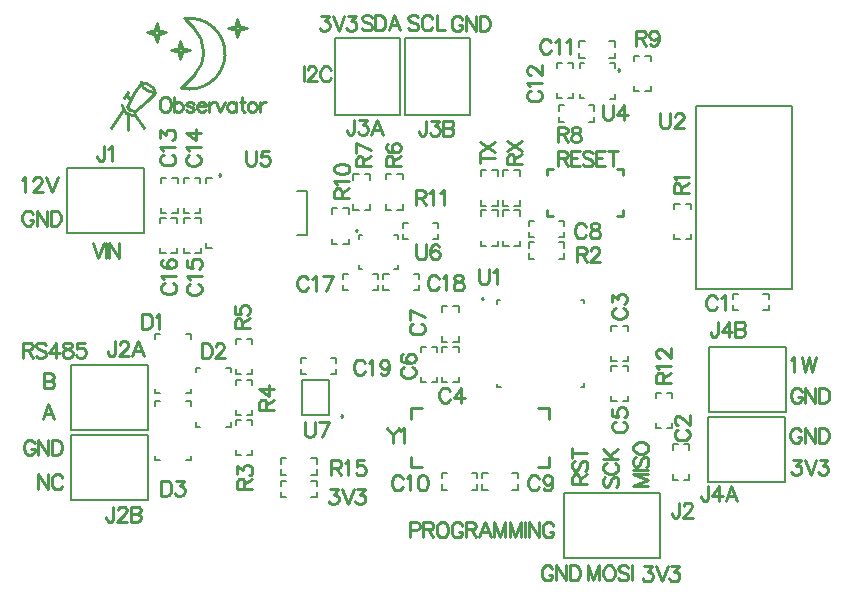
<source format=gto>
G04*
G04 #@! TF.GenerationSoftware,Altium Limited,Altium Designer,20.2.5 (213)*
G04*
G04 Layer_Color=65535*
%FSLAX25Y25*%
%MOIN*%
G70*
G04*
G04 #@! TF.SameCoordinates,60F93EC6-C58D-44ED-8A3A-9E4C80F0F1D9*
G04*
G04*
G04 #@! TF.FilePolarity,Positive*
G04*
G01*
G75*
%ADD10C,0.01000*%
%ADD11C,0.00787*%
%ADD12C,0.00591*%
D10*
X38226Y-32201D02*
G03*
X39086Y-34278I2937J0D01*
G01*
X39578Y-34769D02*
G03*
X41533Y-35579I1955J1955D01*
G01*
X40782Y-33695D02*
G03*
X42126Y-34252I1344J1344D01*
G01*
X49213Y-27953D02*
G03*
X49213Y-27953I-0J-0D01*
G01*
X49213Y-27953D02*
G03*
X49213Y-27953I-0J-0D01*
G01*
X49213Y-27953D02*
G03*
X48656Y-26608I-1901J0D01*
G01*
X48195Y-26147D02*
G03*
X44488Y-24612I-3706J-3706D01*
G01*
D02*
G03*
X45180Y-26282I2362J0D01*
G01*
D02*
G03*
X49213Y-27953I4033J4033D01*
G01*
X62408Y-21776D02*
G03*
X65354Y-14663I-7113J7113D01*
G01*
D02*
G03*
X61819Y-6128I-12071J0D01*
G01*
X57765Y-26419D02*
G03*
X58960Y-3268I2865J11458D01*
G01*
X39086Y-34278D02*
X39578Y-34769D01*
X41533Y-35579D02*
X42491D01*
X38772Y-29695D02*
X40118Y-27633D01*
X39764Y-32677D02*
X40782Y-33695D01*
X39764Y-32677D02*
X42126Y-27953D01*
Y-34252D02*
X46457Y-30709D01*
X34431Y-39783D02*
X38442Y-33767D01*
X40129Y-40304D02*
Y-35579D01*
X42491D02*
X45277Y-39758D01*
X39370Y-28740D02*
X40157Y-29528D01*
X40945Y-30315D01*
X42126Y-27953D02*
X44488Y-24612D01*
X46457Y-30709D02*
X49213Y-27953D01*
X48195Y-26147D02*
X48656Y-26608D01*
X57765Y-26419D02*
X62408Y-21776D01*
X58960Y-3268D02*
X61819Y-6128D01*
X48819Y-7874D02*
X49606Y-4724D01*
X50394Y-7874D01*
X49606Y-11024D02*
X50394Y-7874D01*
X48819D02*
X49606Y-11024D01*
X49614Y-7123D02*
X52763Y-7910D01*
X49614Y-8698D02*
X52763Y-7910D01*
X46464D02*
X49614Y-8698D01*
X46464Y-7910D02*
X49614Y-7123D01*
X75758Y-6416D02*
X76546Y-3266D01*
X77333Y-6416D01*
X76546Y-9566D02*
X77333Y-6416D01*
X75758D02*
X76546Y-9566D01*
X76553Y-5665D02*
X79703Y-6452D01*
X76553Y-7240D02*
X79703Y-6452D01*
X73404D02*
X76553Y-7240D01*
X73404Y-6452D02*
X76553Y-5665D01*
X54331Y-13780D02*
X57480Y-12992D01*
X54331Y-13780D02*
X57480Y-14567D01*
X60630Y-13780D01*
X57480Y-12992D02*
X60630Y-13780D01*
X56685Y-13743D02*
X57473Y-16893D01*
X58260Y-13743D01*
X57473Y-10594D02*
X58260Y-13743D01*
X56685D02*
X57473Y-10594D01*
X205063Y-55298D02*
Y-53329D01*
X203094D02*
X205063D01*
X179781Y-68936D02*
Y-66967D01*
Y-68936D02*
X181749D01*
X179785Y-55420D02*
Y-53452D01*
X181754D01*
X205067Y-68998D02*
Y-67030D01*
X203099Y-68998D02*
X205067D01*
X134468Y-133158D02*
X138209D01*
X134468Y-136701D02*
Y-133158D01*
X176791Y-152842D02*
X180532D01*
Y-149299D01*
X134468Y-152842D02*
X138209D01*
X134468D02*
Y-149299D01*
X176791Y-133158D02*
X180532D01*
Y-136701D02*
Y-133158D01*
X52035Y-29434D02*
X51559Y-29672D01*
X51082Y-30148D01*
X50844Y-30624D01*
X50606Y-31339D01*
Y-32529D01*
X50844Y-33243D01*
X51082Y-33719D01*
X51559Y-34195D01*
X52035Y-34433D01*
X52987D01*
X53463Y-34195D01*
X53939Y-33719D01*
X54177Y-33243D01*
X54415Y-32529D01*
Y-31339D01*
X54177Y-30624D01*
X53939Y-30148D01*
X53463Y-29672D01*
X52987Y-29434D01*
X52035D01*
X55581D02*
Y-34433D01*
Y-31815D02*
X56058Y-31339D01*
X56534Y-31100D01*
X57248D01*
X57724Y-31339D01*
X58200Y-31815D01*
X58438Y-32529D01*
Y-33005D01*
X58200Y-33719D01*
X57724Y-34195D01*
X57248Y-34433D01*
X56534D01*
X56058Y-34195D01*
X55581Y-33719D01*
X62128Y-31815D02*
X61890Y-31339D01*
X61176Y-31100D01*
X60461D01*
X59747Y-31339D01*
X59509Y-31815D01*
X59747Y-32291D01*
X60223Y-32529D01*
X61414Y-32767D01*
X61890Y-33005D01*
X62128Y-33481D01*
Y-33719D01*
X61890Y-34195D01*
X61176Y-34433D01*
X60461D01*
X59747Y-34195D01*
X59509Y-33719D01*
X63175Y-32529D02*
X66032D01*
Y-32053D01*
X65794Y-31576D01*
X65556Y-31339D01*
X65079Y-31100D01*
X64365D01*
X63889Y-31339D01*
X63413Y-31815D01*
X63175Y-32529D01*
Y-33005D01*
X63413Y-33719D01*
X63889Y-34195D01*
X64365Y-34433D01*
X65079D01*
X65556Y-34195D01*
X66032Y-33719D01*
X67103Y-31100D02*
Y-34433D01*
Y-32529D02*
X67341Y-31815D01*
X67817Y-31339D01*
X68293Y-31100D01*
X69007D01*
X69459D02*
X70888Y-34433D01*
X72316Y-31100D02*
X70888Y-34433D01*
X75982Y-31100D02*
Y-34433D01*
Y-31815D02*
X75506Y-31339D01*
X75030Y-31100D01*
X74316D01*
X73839Y-31339D01*
X73363Y-31815D01*
X73125Y-32529D01*
Y-33005D01*
X73363Y-33719D01*
X73839Y-34195D01*
X74316Y-34433D01*
X75030D01*
X75506Y-34195D01*
X75982Y-33719D01*
X78029Y-29434D02*
Y-33481D01*
X78267Y-34195D01*
X78743Y-34433D01*
X79219D01*
X77315Y-31100D02*
X78981D01*
X81124D02*
X80647Y-31339D01*
X80171Y-31815D01*
X79933Y-32529D01*
Y-33005D01*
X80171Y-33719D01*
X80647Y-34195D01*
X81124Y-34433D01*
X81838D01*
X82314Y-34195D01*
X82790Y-33719D01*
X83028Y-33005D01*
Y-32529D01*
X82790Y-31815D01*
X82314Y-31339D01*
X81838Y-31100D01*
X81124D01*
X84123D02*
Y-34433D01*
Y-32529D02*
X84361Y-31815D01*
X84837Y-31339D01*
X85313Y-31100D01*
X86027D01*
X79428Y-47342D02*
Y-50913D01*
X79666Y-51627D01*
X80142Y-52103D01*
X80857Y-52341D01*
X81333D01*
X82047Y-52103D01*
X82523Y-51627D01*
X82761Y-50913D01*
Y-47342D01*
X86998D02*
X84618D01*
X84380Y-49484D01*
X84618Y-49246D01*
X85332Y-49008D01*
X86046D01*
X86760Y-49246D01*
X87236Y-49722D01*
X87474Y-50437D01*
Y-50913D01*
X87236Y-51627D01*
X86760Y-52103D01*
X86046Y-52341D01*
X85332D01*
X84618Y-52103D01*
X84380Y-51865D01*
X84142Y-51389D01*
X70673Y-55192D02*
X70435Y-55430D01*
X70673Y-55668D01*
X70911Y-55430D01*
X70673Y-55192D01*
X183299Y-47499D02*
Y-52498D01*
Y-47499D02*
X185442D01*
X186156Y-47738D01*
X186394Y-47976D01*
X186632Y-48452D01*
Y-48928D01*
X186394Y-49404D01*
X186156Y-49642D01*
X185442Y-49880D01*
X183299D01*
X184966D02*
X186632Y-52498D01*
X190845Y-47499D02*
X187751D01*
Y-52498D01*
X190845D01*
X187751Y-49880D02*
X189655D01*
X195011Y-48214D02*
X194535Y-47738D01*
X193821Y-47499D01*
X192869D01*
X192155Y-47738D01*
X191679Y-48214D01*
Y-48690D01*
X191917Y-49166D01*
X192155Y-49404D01*
X192631Y-49642D01*
X194059Y-50118D01*
X194535Y-50356D01*
X194773Y-50594D01*
X195011Y-51070D01*
Y-51784D01*
X194535Y-52260D01*
X193821Y-52498D01*
X192869D01*
X192155Y-52260D01*
X191679Y-51784D01*
X199224Y-47499D02*
X196130D01*
Y-52498D01*
X199224D01*
X196130Y-49880D02*
X198034D01*
X201724Y-47499D02*
Y-52498D01*
X200058Y-47499D02*
X203390D01*
X236420Y-96721D02*
X236182Y-96245D01*
X235706Y-95768D01*
X235230Y-95530D01*
X234278D01*
X233802Y-95768D01*
X233326Y-96245D01*
X233088Y-96721D01*
X232850Y-97435D01*
Y-98625D01*
X233088Y-99339D01*
X233326Y-99815D01*
X233802Y-100291D01*
X234278Y-100529D01*
X235230D01*
X235706Y-100291D01*
X236182Y-99815D01*
X236420Y-99339D01*
X237825Y-96482D02*
X238301Y-96245D01*
X239015Y-95530D01*
Y-100529D01*
X60559Y-48783D02*
X60083Y-49021D01*
X59607Y-49497D01*
X59369Y-49973D01*
Y-50925D01*
X59607Y-51401D01*
X60083Y-51877D01*
X60559Y-52115D01*
X61273Y-52353D01*
X62464D01*
X63178Y-52115D01*
X63654Y-51877D01*
X64130Y-51401D01*
X64368Y-50925D01*
Y-49973D01*
X64130Y-49497D01*
X63654Y-49021D01*
X63178Y-48783D01*
X60321Y-47378D02*
X60083Y-46902D01*
X59369Y-46188D01*
X64368D01*
X59369Y-41332D02*
X62702Y-43712D01*
Y-40142D01*
X59369Y-41332D02*
X64368D01*
X52059Y-48664D02*
X51583Y-48902D01*
X51107Y-49378D01*
X50869Y-49854D01*
Y-50806D01*
X51107Y-51282D01*
X51583Y-51758D01*
X52059Y-51996D01*
X52773Y-52234D01*
X53964D01*
X54678Y-51996D01*
X55154Y-51758D01*
X55630Y-51282D01*
X55868Y-50806D01*
Y-49854D01*
X55630Y-49378D01*
X55154Y-48902D01*
X54678Y-48664D01*
X51821Y-47259D02*
X51583Y-46783D01*
X50869Y-46069D01*
X55868D01*
X50869Y-43117D02*
Y-40499D01*
X52773Y-41927D01*
Y-41213D01*
X53011Y-40737D01*
X53249Y-40499D01*
X53964Y-40261D01*
X54440D01*
X55154Y-40499D01*
X55630Y-40975D01*
X55868Y-41689D01*
Y-42403D01*
X55630Y-43117D01*
X55392Y-43355D01*
X54916Y-43593D01*
X188225Y-158502D02*
X193224D01*
X188225D02*
Y-156360D01*
X188463Y-155646D01*
X188701Y-155408D01*
X189177Y-155170D01*
X189653D01*
X190129Y-155408D01*
X190367Y-155646D01*
X190605Y-156360D01*
Y-158502D01*
Y-156836D02*
X193224Y-155170D01*
X188939Y-150718D02*
X188463Y-151195D01*
X188225Y-151909D01*
Y-152861D01*
X188463Y-153575D01*
X188939Y-154051D01*
X189415D01*
X189891Y-153813D01*
X190129Y-153575D01*
X190367Y-153099D01*
X190843Y-151671D01*
X191081Y-151195D01*
X191319Y-150956D01*
X191796Y-150718D01*
X192510D01*
X192986Y-151195D01*
X193224Y-151909D01*
Y-152861D01*
X192986Y-153575D01*
X192510Y-154051D01*
X188225Y-147933D02*
X193224D01*
X188225Y-149600D02*
Y-146267D01*
X208559Y-159034D02*
X213558D01*
X208559D02*
X213558Y-157130D01*
X208559Y-155226D02*
X213558Y-157130D01*
X208559Y-155226D02*
X213558D01*
X208559Y-153797D02*
X213558D01*
X209273Y-149417D02*
X208797Y-149893D01*
X208559Y-150608D01*
Y-151560D01*
X208797Y-152274D01*
X209273Y-152750D01*
X209750D01*
X210226Y-152512D01*
X210464Y-152274D01*
X210702Y-151798D01*
X211178Y-150370D01*
X211416Y-149893D01*
X211654Y-149655D01*
X212130Y-149417D01*
X212844D01*
X213320Y-149893D01*
X213558Y-150608D01*
Y-151560D01*
X213320Y-152274D01*
X212844Y-152750D01*
X208559Y-146870D02*
X208797Y-147346D01*
X209273Y-147822D01*
X209750Y-148060D01*
X210464Y-148299D01*
X211654D01*
X212368Y-148060D01*
X212844Y-147822D01*
X213320Y-147346D01*
X213558Y-146870D01*
Y-145918D01*
X213320Y-145442D01*
X212844Y-144966D01*
X212368Y-144728D01*
X211654Y-144490D01*
X210464D01*
X209750Y-144728D01*
X209273Y-144966D01*
X208797Y-145442D01*
X208559Y-145918D01*
Y-146870D01*
X199226Y-156048D02*
X198750Y-156524D01*
X198512Y-157238D01*
Y-158191D01*
X198750Y-158905D01*
X199226Y-159381D01*
X199702D01*
X200178Y-159143D01*
X200416Y-158905D01*
X200654Y-158429D01*
X201130Y-157000D01*
X201368Y-156524D01*
X201606Y-156286D01*
X202082Y-156048D01*
X202797D01*
X203273Y-156524D01*
X203511Y-157238D01*
Y-158191D01*
X203273Y-158905D01*
X202797Y-159381D01*
X199702Y-151359D02*
X199226Y-151597D01*
X198750Y-152073D01*
X198512Y-152549D01*
Y-153501D01*
X198750Y-153977D01*
X199226Y-154453D01*
X199702Y-154691D01*
X200416Y-154929D01*
X201606D01*
X202320Y-154691D01*
X202797Y-154453D01*
X203273Y-153977D01*
X203511Y-153501D01*
Y-152549D01*
X203273Y-152073D01*
X202797Y-151597D01*
X202320Y-151359D01*
X198512Y-149954D02*
X203511D01*
X198512Y-146622D02*
X201844Y-149954D01*
X200654Y-148764D02*
X203511Y-146622D01*
X181572Y-186754D02*
X181334Y-186278D01*
X180858Y-185802D01*
X180382Y-185564D01*
X179429D01*
X178953Y-185802D01*
X178477Y-186278D01*
X178239Y-186754D01*
X178001Y-187468D01*
Y-188658D01*
X178239Y-189373D01*
X178477Y-189849D01*
X178953Y-190325D01*
X179429Y-190563D01*
X180382D01*
X180858Y-190325D01*
X181334Y-189849D01*
X181572Y-189373D01*
Y-188658D01*
X180382D02*
X181572D01*
X182714Y-185564D02*
Y-190563D01*
Y-185564D02*
X186047Y-190563D01*
Y-185564D02*
Y-190563D01*
X187428Y-185564D02*
Y-190563D01*
Y-185564D02*
X189094D01*
X189808Y-185802D01*
X190284Y-186278D01*
X190522Y-186754D01*
X190760Y-187468D01*
Y-188658D01*
X190522Y-189373D01*
X190284Y-189849D01*
X189808Y-190325D01*
X189094Y-190563D01*
X187428D01*
X193315Y-185564D02*
Y-190563D01*
Y-185564D02*
X195219Y-190563D01*
X197124Y-185564D02*
X195219Y-190563D01*
X197124Y-185564D02*
Y-190563D01*
X199980Y-185564D02*
X199504Y-185802D01*
X199028Y-186278D01*
X198790Y-186754D01*
X198552Y-187468D01*
Y-188658D01*
X198790Y-189373D01*
X199028Y-189849D01*
X199504Y-190325D01*
X199980Y-190563D01*
X200932D01*
X201408Y-190325D01*
X201885Y-189849D01*
X202123Y-189373D01*
X202361Y-188658D01*
Y-187468D01*
X202123Y-186754D01*
X201885Y-186278D01*
X201408Y-185802D01*
X200932Y-185564D01*
X199980D01*
X206860Y-186278D02*
X206384Y-185802D01*
X205669Y-185564D01*
X204717D01*
X204003Y-185802D01*
X203527Y-186278D01*
Y-186754D01*
X203765Y-187230D01*
X204003Y-187468D01*
X204479Y-187706D01*
X205908Y-188182D01*
X206384Y-188420D01*
X206622Y-188658D01*
X206860Y-189135D01*
Y-189849D01*
X206384Y-190325D01*
X205669Y-190563D01*
X204717D01*
X204003Y-190325D01*
X203527Y-189849D01*
X207979Y-185564D02*
Y-190563D01*
X212154Y-185841D02*
X214772D01*
X213344Y-187745D01*
X214058D01*
X214534Y-187983D01*
X214772Y-188221D01*
X215010Y-188936D01*
Y-189412D01*
X214772Y-190126D01*
X214296Y-190602D01*
X213582Y-190840D01*
X212868D01*
X212154Y-190602D01*
X211916Y-190364D01*
X211678Y-189888D01*
X216129Y-185841D02*
X218033Y-190840D01*
X219938Y-185841D02*
X218033Y-190840D01*
X221057Y-185841D02*
X223675D01*
X222247Y-187745D01*
X222961D01*
X223437Y-187983D01*
X223675Y-188221D01*
X223913Y-188936D01*
Y-189412D01*
X223675Y-190126D01*
X223199Y-190602D01*
X222485Y-190840D01*
X221771D01*
X221057Y-190602D01*
X220819Y-190364D01*
X220581Y-189888D01*
X261717Y-150392D02*
X264335D01*
X262907Y-152297D01*
X263621D01*
X264097Y-152535D01*
X264335Y-152773D01*
X264574Y-153487D01*
Y-153963D01*
X264335Y-154677D01*
X263859Y-155153D01*
X263145Y-155391D01*
X262431D01*
X261717Y-155153D01*
X261479Y-154915D01*
X261241Y-154439D01*
X265692Y-150392D02*
X267597Y-155391D01*
X269501Y-150392D02*
X267597Y-155391D01*
X270620Y-150392D02*
X273238D01*
X271810Y-152297D01*
X272524D01*
X273000Y-152535D01*
X273238Y-152773D01*
X273476Y-153487D01*
Y-153963D01*
X273238Y-154677D01*
X272762Y-155153D01*
X272048Y-155391D01*
X271334D01*
X270620Y-155153D01*
X270382Y-154915D01*
X270144Y-154439D01*
X264463Y-140878D02*
X264225Y-140402D01*
X263749Y-139926D01*
X263273Y-139688D01*
X262321D01*
X261845Y-139926D01*
X261369Y-140402D01*
X261131Y-140878D01*
X260893Y-141593D01*
Y-142783D01*
X261131Y-143497D01*
X261369Y-143973D01*
X261845Y-144449D01*
X262321Y-144687D01*
X263273D01*
X263749Y-144449D01*
X264225Y-143973D01*
X264463Y-143497D01*
Y-142783D01*
X263273D02*
X264463D01*
X265606Y-139688D02*
Y-144687D01*
Y-139688D02*
X268939Y-144687D01*
Y-139688D02*
Y-144687D01*
X270319Y-139688D02*
Y-144687D01*
Y-139688D02*
X271986D01*
X272700Y-139926D01*
X273176Y-140402D01*
X273414Y-140878D01*
X273652Y-141593D01*
Y-142783D01*
X273414Y-143497D01*
X273176Y-143973D01*
X272700Y-144449D01*
X271986Y-144687D01*
X270319D01*
X264677Y-127600D02*
X264439Y-127124D01*
X263963Y-126648D01*
X263486Y-126409D01*
X262534D01*
X262058Y-126648D01*
X261582Y-127124D01*
X261344Y-127600D01*
X261106Y-128314D01*
Y-129504D01*
X261344Y-130218D01*
X261582Y-130694D01*
X262058Y-131170D01*
X262534Y-131409D01*
X263486D01*
X263963Y-131170D01*
X264439Y-130694D01*
X264677Y-130218D01*
Y-129504D01*
X263486D02*
X264677D01*
X265819Y-126409D02*
Y-131409D01*
Y-126409D02*
X269152Y-131409D01*
Y-126409D02*
Y-131409D01*
X270533Y-126409D02*
Y-131409D01*
Y-126409D02*
X272199D01*
X272913Y-126648D01*
X273389Y-127124D01*
X273627Y-127600D01*
X273865Y-128314D01*
Y-129504D01*
X273627Y-130218D01*
X273389Y-130694D01*
X272913Y-131170D01*
X272199Y-131409D01*
X270533D01*
X260932Y-117093D02*
X261408Y-116855D01*
X262122Y-116140D01*
Y-121139D01*
X264598Y-116140D02*
X265788Y-121139D01*
X266978Y-116140D02*
X265788Y-121139D01*
X266978Y-116140D02*
X268168Y-121139D01*
X269359Y-116140D02*
X268168Y-121139D01*
X151519Y-3657D02*
X151281Y-3181D01*
X150805Y-2705D01*
X150329Y-2467D01*
X149377D01*
X148901Y-2705D01*
X148425Y-3181D01*
X148187Y-3657D01*
X147949Y-4371D01*
Y-5562D01*
X148187Y-6276D01*
X148425Y-6752D01*
X148901Y-7228D01*
X149377Y-7466D01*
X150329D01*
X150805Y-7228D01*
X151281Y-6752D01*
X151519Y-6276D01*
Y-5562D01*
X150329D02*
X151519D01*
X152662Y-2467D02*
Y-7466D01*
Y-2467D02*
X155995Y-7466D01*
Y-2467D02*
Y-7466D01*
X157375Y-2467D02*
Y-7466D01*
Y-2467D02*
X159042D01*
X159756Y-2705D01*
X160232Y-3181D01*
X160470Y-3657D01*
X160708Y-4371D01*
Y-5562D01*
X160470Y-6276D01*
X160232Y-6752D01*
X159756Y-7228D01*
X159042Y-7466D01*
X157375D01*
X136845Y-2881D02*
X136369Y-2404D01*
X135655Y-2166D01*
X134703D01*
X133989Y-2404D01*
X133512Y-2881D01*
Y-3357D01*
X133750Y-3833D01*
X133989Y-4071D01*
X134465Y-4309D01*
X135893Y-4785D01*
X136369Y-5023D01*
X136607Y-5261D01*
X136845Y-5737D01*
Y-6451D01*
X136369Y-6927D01*
X135655Y-7165D01*
X134703D01*
X133989Y-6927D01*
X133512Y-6451D01*
X141535Y-3357D02*
X141297Y-2881D01*
X140821Y-2404D01*
X140344Y-2166D01*
X139392D01*
X138916Y-2404D01*
X138440Y-2881D01*
X138202Y-3357D01*
X137964Y-4071D01*
Y-5261D01*
X138202Y-5975D01*
X138440Y-6451D01*
X138916Y-6927D01*
X139392Y-7165D01*
X140344D01*
X140821Y-6927D01*
X141297Y-6451D01*
X141535Y-5975D01*
X142939Y-2166D02*
Y-7165D01*
X145796D01*
X121412Y-2948D02*
X120935Y-2472D01*
X120221Y-2234D01*
X119269D01*
X118555Y-2472D01*
X118079Y-2948D01*
Y-3424D01*
X118317Y-3900D01*
X118555Y-4138D01*
X119031Y-4377D01*
X120459Y-4853D01*
X120935Y-5091D01*
X121174Y-5329D01*
X121412Y-5805D01*
Y-6519D01*
X120935Y-6995D01*
X120221Y-7233D01*
X119269D01*
X118555Y-6995D01*
X118079Y-6519D01*
X122530Y-2234D02*
Y-7233D01*
Y-2234D02*
X124197D01*
X124911Y-2472D01*
X125387Y-2948D01*
X125625Y-3424D01*
X125863Y-4138D01*
Y-5329D01*
X125625Y-6043D01*
X125387Y-6519D01*
X124911Y-6995D01*
X124197Y-7233D01*
X122530D01*
X130790D02*
X128886Y-2234D01*
X126982Y-7233D01*
X127696Y-5567D02*
X130076D01*
X104408Y-2302D02*
X107026D01*
X105598Y-4206D01*
X106312D01*
X106788Y-4444D01*
X107026Y-4682D01*
X107264Y-5396D01*
Y-5872D01*
X107026Y-6587D01*
X106550Y-7063D01*
X105836Y-7301D01*
X105122D01*
X104408Y-7063D01*
X104169Y-6825D01*
X103931Y-6348D01*
X108383Y-2302D02*
X110287Y-7301D01*
X112192Y-2302D02*
X110287Y-7301D01*
X113310Y-2302D02*
X115929D01*
X114501Y-4206D01*
X115215D01*
X115691Y-4444D01*
X115929Y-4682D01*
X116167Y-5396D01*
Y-5872D01*
X115929Y-6587D01*
X115453Y-7063D01*
X114739Y-7301D01*
X114024D01*
X113310Y-7063D01*
X113072Y-6825D01*
X112834Y-6348D01*
X8442Y-68487D02*
X8204Y-68011D01*
X7728Y-67535D01*
X7252Y-67297D01*
X6300D01*
X5824Y-67535D01*
X5347Y-68011D01*
X5109Y-68487D01*
X4871Y-69201D01*
Y-70391D01*
X5109Y-71105D01*
X5347Y-71581D01*
X5824Y-72057D01*
X6300Y-72295D01*
X7252D01*
X7728Y-72057D01*
X8204Y-71581D01*
X8442Y-71105D01*
Y-70391D01*
X7252D02*
X8442D01*
X9585Y-67297D02*
Y-72295D01*
Y-67297D02*
X12917Y-72295D01*
Y-67297D02*
Y-72295D01*
X14298Y-67297D02*
Y-72295D01*
Y-67297D02*
X15964D01*
X16678Y-67535D01*
X17154Y-68011D01*
X17392Y-68487D01*
X17630Y-69201D01*
Y-70391D01*
X17392Y-71105D01*
X17154Y-71581D01*
X16678Y-72057D01*
X15964Y-72295D01*
X14298D01*
X4674Y-57099D02*
X5150Y-56861D01*
X5864Y-56147D01*
Y-61146D01*
X8578Y-57337D02*
Y-57099D01*
X8816Y-56623D01*
X9054Y-56385D01*
X9530Y-56147D01*
X10482D01*
X10958Y-56385D01*
X11196Y-56623D01*
X11434Y-57099D01*
Y-57575D01*
X11196Y-58052D01*
X10720Y-58766D01*
X8340Y-61146D01*
X11672D01*
X12791Y-56147D02*
X14696Y-61146D01*
X16600Y-56147D02*
X14696Y-61146D01*
X9929Y-155191D02*
Y-160190D01*
Y-155191D02*
X13261Y-160190D01*
Y-155191D02*
Y-160190D01*
X18213Y-156381D02*
X17975Y-155905D01*
X17498Y-155429D01*
X17022Y-155191D01*
X16070D01*
X15594Y-155429D01*
X15118Y-155905D01*
X14880Y-156381D01*
X14642Y-157095D01*
Y-158285D01*
X14880Y-159000D01*
X15118Y-159476D01*
X15594Y-159952D01*
X16070Y-160190D01*
X17022D01*
X17498Y-159952D01*
X17975Y-159476D01*
X18213Y-159000D01*
X8948Y-144916D02*
X8710Y-144440D01*
X8234Y-143964D01*
X7757Y-143726D01*
X6805D01*
X6329Y-143964D01*
X5853Y-144440D01*
X5615Y-144916D01*
X5377Y-145630D01*
Y-146821D01*
X5615Y-147535D01*
X5853Y-148011D01*
X6329Y-148487D01*
X6805Y-148725D01*
X7757D01*
X8234Y-148487D01*
X8710Y-148011D01*
X8948Y-147535D01*
Y-146821D01*
X7757D02*
X8948D01*
X10090Y-143726D02*
Y-148725D01*
Y-143726D02*
X13423Y-148725D01*
Y-143726D02*
Y-148725D01*
X14804Y-143726D02*
Y-148725D01*
Y-143726D02*
X16470D01*
X17184Y-143964D01*
X17660Y-144440D01*
X17898Y-144916D01*
X18136Y-145630D01*
Y-146821D01*
X17898Y-147535D01*
X17660Y-148011D01*
X17184Y-148487D01*
X16470Y-148725D01*
X14804D01*
X15484Y-136749D02*
X13579Y-131750D01*
X11675Y-136749D01*
X12389Y-135082D02*
X14770D01*
X12024Y-121560D02*
Y-126559D01*
Y-121560D02*
X14166D01*
X14880Y-121798D01*
X15118Y-122036D01*
X15356Y-122512D01*
Y-122988D01*
X15118Y-123465D01*
X14880Y-123703D01*
X14166Y-123941D01*
X12024D02*
X14166D01*
X14880Y-124179D01*
X15118Y-124417D01*
X15356Y-124893D01*
Y-125607D01*
X15118Y-126083D01*
X14880Y-126321D01*
X14166Y-126559D01*
X12024D01*
X158167Y-96383D02*
X157929Y-96621D01*
X158167Y-96859D01*
X158405Y-96621D01*
X158167Y-96383D01*
X98654Y-19213D02*
Y-24212D01*
X99940Y-20403D02*
Y-20166D01*
X100178Y-19689D01*
X100416Y-19451D01*
X100892Y-19213D01*
X101844D01*
X102320Y-19451D01*
X102558Y-19689D01*
X102796Y-20166D01*
Y-20642D01*
X102558Y-21118D01*
X102082Y-21832D01*
X99701Y-24212D01*
X103034D01*
X107724Y-20403D02*
X107486Y-19927D01*
X107009Y-19451D01*
X106533Y-19213D01*
X105581D01*
X105105Y-19451D01*
X104629Y-19927D01*
X104391Y-20403D01*
X104153Y-21118D01*
Y-22308D01*
X104391Y-23022D01*
X104629Y-23498D01*
X105105Y-23974D01*
X105581Y-24212D01*
X106533D01*
X107009Y-23974D01*
X107486Y-23498D01*
X107724Y-23022D01*
X134071Y-173785D02*
X136213D01*
X136927Y-173547D01*
X137165Y-173309D01*
X137404Y-172833D01*
Y-172119D01*
X137165Y-171642D01*
X136927Y-171405D01*
X136213Y-171166D01*
X134071D01*
Y-176165D01*
X138522Y-171166D02*
Y-176165D01*
Y-171166D02*
X140665D01*
X141379Y-171405D01*
X141617Y-171642D01*
X141855Y-172119D01*
Y-172595D01*
X141617Y-173071D01*
X141379Y-173309D01*
X140665Y-173547D01*
X138522D01*
X140189D02*
X141855Y-176165D01*
X144402Y-171166D02*
X143926Y-171405D01*
X143450Y-171880D01*
X143212Y-172357D01*
X142974Y-173071D01*
Y-174261D01*
X143212Y-174975D01*
X143450Y-175451D01*
X143926Y-175927D01*
X144402Y-176165D01*
X145354D01*
X145830Y-175927D01*
X146306Y-175451D01*
X146544Y-174975D01*
X146782Y-174261D01*
Y-173071D01*
X146544Y-172357D01*
X146306Y-171880D01*
X145830Y-171405D01*
X145354Y-171166D01*
X144402D01*
X151520Y-172357D02*
X151281Y-171880D01*
X150805Y-171405D01*
X150329Y-171166D01*
X149377D01*
X148901Y-171405D01*
X148425Y-171880D01*
X148187Y-172357D01*
X147949Y-173071D01*
Y-174261D01*
X148187Y-174975D01*
X148425Y-175451D01*
X148901Y-175927D01*
X149377Y-176165D01*
X150329D01*
X150805Y-175927D01*
X151281Y-175451D01*
X151520Y-174975D01*
Y-174261D01*
X150329D02*
X151520D01*
X152662Y-171166D02*
Y-176165D01*
Y-171166D02*
X154805D01*
X155519Y-171405D01*
X155757Y-171642D01*
X155995Y-172119D01*
Y-172595D01*
X155757Y-173071D01*
X155519Y-173309D01*
X154805Y-173547D01*
X152662D01*
X154328D02*
X155995Y-176165D01*
X160922D02*
X159018Y-171166D01*
X157114Y-176165D01*
X157828Y-174499D02*
X160208D01*
X162089Y-171166D02*
Y-176165D01*
Y-171166D02*
X163993Y-176165D01*
X165897Y-171166D02*
X163993Y-176165D01*
X165897Y-171166D02*
Y-176165D01*
X167326Y-171166D02*
Y-176165D01*
Y-171166D02*
X169230Y-176165D01*
X171134Y-171166D02*
X169230Y-176165D01*
X171134Y-171166D02*
Y-176165D01*
X172563Y-171166D02*
Y-176165D01*
X173610Y-171166D02*
Y-176165D01*
Y-171166D02*
X176943Y-176165D01*
Y-171166D02*
Y-176165D01*
X181894Y-172357D02*
X181656Y-171880D01*
X181180Y-171405D01*
X180704Y-171166D01*
X179752D01*
X179276Y-171405D01*
X178799Y-171880D01*
X178561Y-172357D01*
X178323Y-173071D01*
Y-174261D01*
X178561Y-174975D01*
X178799Y-175451D01*
X179276Y-175927D01*
X179752Y-176165D01*
X180704D01*
X181180Y-175927D01*
X181656Y-175451D01*
X181894Y-174975D01*
Y-174261D01*
X180704D02*
X181894D01*
X28253Y-78242D02*
X30158Y-83241D01*
X32062Y-78242D02*
X30158Y-83241D01*
X32705Y-78242D02*
Y-83241D01*
X33752Y-78242D02*
Y-83241D01*
Y-78242D02*
X37085Y-83241D01*
Y-78242D02*
Y-83241D01*
X4937Y-111324D02*
Y-116323D01*
Y-111324D02*
X7079D01*
X7794Y-111562D01*
X8032Y-111800D01*
X8270Y-112276D01*
Y-112752D01*
X8032Y-113228D01*
X7794Y-113466D01*
X7079Y-113704D01*
X4937D01*
X6603D02*
X8270Y-116323D01*
X12721Y-112038D02*
X12245Y-111562D01*
X11531Y-111324D01*
X10579D01*
X9865Y-111562D01*
X9388Y-112038D01*
Y-112514D01*
X9627Y-112990D01*
X9865Y-113228D01*
X10341Y-113466D01*
X11769Y-113942D01*
X12245Y-114180D01*
X12483Y-114418D01*
X12721Y-114895D01*
Y-115609D01*
X12245Y-116085D01*
X11531Y-116323D01*
X10579D01*
X9865Y-116085D01*
X9388Y-115609D01*
X16220Y-111324D02*
X13840Y-114656D01*
X17411D01*
X16220Y-111324D02*
Y-116323D01*
X19481Y-111324D02*
X18767Y-111562D01*
X18529Y-112038D01*
Y-112514D01*
X18767Y-112990D01*
X19243Y-113228D01*
X20196Y-113466D01*
X20910Y-113704D01*
X21386Y-114180D01*
X21624Y-114656D01*
Y-115371D01*
X21386Y-115847D01*
X21148Y-116085D01*
X20434Y-116323D01*
X19481D01*
X18767Y-116085D01*
X18529Y-115847D01*
X18291Y-115371D01*
Y-114656D01*
X18529Y-114180D01*
X19005Y-113704D01*
X19720Y-113466D01*
X20672Y-113228D01*
X21148Y-112990D01*
X21386Y-112514D01*
Y-112038D01*
X21148Y-111562D01*
X20434Y-111324D01*
X19481D01*
X25599D02*
X23219D01*
X22981Y-113466D01*
X23219Y-113228D01*
X23933Y-112990D01*
X24647D01*
X25361Y-113228D01*
X25837Y-113704D01*
X26075Y-114418D01*
Y-114895D01*
X25837Y-115609D01*
X25361Y-116085D01*
X24647Y-116323D01*
X23933D01*
X23219Y-116085D01*
X22981Y-115847D01*
X22743Y-115371D01*
X116171Y-73640D02*
X115933Y-73878D01*
X116171Y-74116D01*
X116409Y-73878D01*
X116171Y-73640D01*
X111340Y-135979D02*
X111578Y-135741D01*
X111340Y-135503D01*
X111101Y-135741D01*
X111340Y-135979D01*
X203644Y-20162D02*
X203405Y-20400D01*
X203644Y-20638D01*
X203882Y-20400D01*
X203644Y-20162D01*
X236677Y-104256D02*
Y-108065D01*
X236439Y-108779D01*
X236201Y-109017D01*
X235725Y-109255D01*
X235249D01*
X234773Y-109017D01*
X234535Y-108779D01*
X234297Y-108065D01*
Y-107589D01*
X240343Y-104256D02*
X237963Y-107589D01*
X241533D01*
X240343Y-104256D02*
Y-109255D01*
X242414Y-104256D02*
Y-109255D01*
Y-104256D02*
X244556D01*
X245271Y-104494D01*
X245509Y-104732D01*
X245747Y-105208D01*
Y-105684D01*
X245509Y-106160D01*
X245271Y-106399D01*
X244556Y-106637D01*
X242414D02*
X244556D01*
X245271Y-106875D01*
X245509Y-107113D01*
X245747Y-107589D01*
Y-108303D01*
X245509Y-108779D01*
X245271Y-109017D01*
X244556Y-109255D01*
X242414D01*
X233570Y-158954D02*
Y-162763D01*
X233332Y-163477D01*
X233094Y-163715D01*
X232618Y-163953D01*
X232142D01*
X231665Y-163715D01*
X231428Y-163477D01*
X231189Y-162763D01*
Y-162287D01*
X237236Y-158954D02*
X234855Y-162287D01*
X238426D01*
X237236Y-158954D02*
Y-163953D01*
X243115D02*
X241211Y-158954D01*
X239307Y-163953D01*
X240021Y-162287D02*
X242401D01*
X157580Y-49846D02*
X162579D01*
X157580Y-51512D02*
Y-48180D01*
Y-47585D02*
X162579Y-44252D01*
X157580D02*
X162579Y-47585D01*
X166498Y-51774D02*
X171497D01*
X166498D02*
Y-49632D01*
X166736Y-48918D01*
X166974Y-48680D01*
X167450Y-48441D01*
X167926D01*
X168402Y-48680D01*
X168640Y-48918D01*
X168878Y-49632D01*
Y-51774D01*
Y-50108D02*
X171497Y-48441D01*
X166498Y-47323D02*
X171497Y-43990D01*
X166498D02*
X171497Y-47323D01*
X107484Y-160112D02*
X110102D01*
X108674Y-162016D01*
X109388D01*
X109864Y-162254D01*
X110102Y-162492D01*
X110340Y-163206D01*
Y-163682D01*
X110102Y-164396D01*
X109626Y-164873D01*
X108912Y-165111D01*
X108198D01*
X107484Y-164873D01*
X107246Y-164634D01*
X107008Y-164158D01*
X111459Y-160112D02*
X113364Y-165111D01*
X115268Y-160112D02*
X113364Y-165111D01*
X116387Y-160112D02*
X119005D01*
X117577Y-162016D01*
X118291D01*
X118767Y-162254D01*
X119005Y-162492D01*
X119243Y-163206D01*
Y-163682D01*
X119005Y-164396D01*
X118529Y-164873D01*
X117815Y-165111D01*
X117101D01*
X116387Y-164873D01*
X116149Y-164634D01*
X115911Y-164158D01*
X126451Y-139647D02*
X128355Y-142028D01*
Y-144646D01*
X130260Y-139647D02*
X128355Y-142028D01*
X130903Y-140599D02*
X131379Y-140361D01*
X132093Y-139647D01*
Y-144646D01*
X107915Y-150559D02*
Y-155558D01*
Y-150559D02*
X110058D01*
X110772Y-150797D01*
X111010Y-151035D01*
X111248Y-151512D01*
Y-151988D01*
X111010Y-152464D01*
X110772Y-152702D01*
X110058Y-152940D01*
X107915D01*
X109582D02*
X111248Y-155558D01*
X112367Y-151512D02*
X112843Y-151274D01*
X113557Y-150559D01*
Y-155558D01*
X118889Y-150559D02*
X116509D01*
X116271Y-152702D01*
X116509Y-152464D01*
X117223Y-152226D01*
X117937D01*
X118651Y-152464D01*
X119127Y-152940D01*
X119365Y-153654D01*
Y-154130D01*
X119127Y-154844D01*
X118651Y-155320D01*
X117937Y-155558D01*
X117223D01*
X116509Y-155320D01*
X116271Y-155082D01*
X116033Y-154606D01*
X216176Y-124620D02*
X221175D01*
X216176D02*
Y-122478D01*
X216414Y-121764D01*
X216652Y-121526D01*
X217128Y-121288D01*
X217604D01*
X218080Y-121526D01*
X218318Y-121764D01*
X218556Y-122478D01*
Y-124620D01*
Y-122954D02*
X221175Y-121288D01*
X217128Y-120169D02*
X216890Y-119693D01*
X216176Y-118979D01*
X221175D01*
X217366Y-116265D02*
X217128D01*
X216652Y-116027D01*
X216414Y-115789D01*
X216176Y-115313D01*
Y-114361D01*
X216414Y-113884D01*
X216652Y-113646D01*
X217128Y-113408D01*
X217604D01*
X218080Y-113646D01*
X218794Y-114122D01*
X221175Y-116503D01*
Y-113170D01*
X139437Y-37340D02*
Y-41149D01*
X139199Y-41863D01*
X138961Y-42101D01*
X138485Y-42339D01*
X138008D01*
X137532Y-42101D01*
X137294Y-41863D01*
X137056Y-41149D01*
Y-40673D01*
X141198Y-37340D02*
X143817D01*
X142388Y-39244D01*
X143103D01*
X143579Y-39483D01*
X143817Y-39721D01*
X144055Y-40435D01*
Y-40911D01*
X143817Y-41625D01*
X143341Y-42101D01*
X142626Y-42339D01*
X141912D01*
X141198Y-42101D01*
X140960Y-41863D01*
X140722Y-41387D01*
X145174Y-37340D02*
Y-42339D01*
Y-37340D02*
X147316D01*
X148030Y-37578D01*
X148268Y-37816D01*
X148506Y-38292D01*
Y-38768D01*
X148268Y-39244D01*
X148030Y-39483D01*
X147316Y-39721D01*
X145174D02*
X147316D01*
X148030Y-39959D01*
X148268Y-40197D01*
X148506Y-40673D01*
Y-41387D01*
X148268Y-41863D01*
X148030Y-42101D01*
X147316Y-42339D01*
X145174D01*
X115476Y-36989D02*
Y-40798D01*
X115238Y-41512D01*
X115000Y-41750D01*
X114524Y-41988D01*
X114048D01*
X113572Y-41750D01*
X113334Y-41512D01*
X113096Y-40798D01*
Y-40322D01*
X117238Y-36989D02*
X119856D01*
X118428Y-38893D01*
X119142D01*
X119618Y-39131D01*
X119856Y-39369D01*
X120094Y-40084D01*
Y-40560D01*
X119856Y-41274D01*
X119380Y-41750D01*
X118666Y-41988D01*
X117952D01*
X117238Y-41750D01*
X117000Y-41512D01*
X116762Y-41036D01*
X125022Y-41988D02*
X123118Y-36989D01*
X121213Y-41988D01*
X121927Y-40322D02*
X124308D01*
X35238Y-166005D02*
Y-169813D01*
X35000Y-170527D01*
X34762Y-170765D01*
X34286Y-171003D01*
X33810D01*
X33334Y-170765D01*
X33096Y-170527D01*
X32858Y-169813D01*
Y-169337D01*
X36762Y-167195D02*
Y-166957D01*
X37000Y-166481D01*
X37238Y-166243D01*
X37714Y-166005D01*
X38666D01*
X39142Y-166243D01*
X39380Y-166481D01*
X39618Y-166957D01*
Y-167433D01*
X39380Y-167909D01*
X38904Y-168623D01*
X36524Y-171003D01*
X39856D01*
X40975Y-166005D02*
Y-171003D01*
Y-166005D02*
X43117D01*
X43832Y-166243D01*
X44070Y-166481D01*
X44308Y-166957D01*
Y-167433D01*
X44070Y-167909D01*
X43832Y-168147D01*
X43117Y-168385D01*
X40975D02*
X43117D01*
X43832Y-168623D01*
X44070Y-168861D01*
X44308Y-169337D01*
Y-170051D01*
X44070Y-170527D01*
X43832Y-170765D01*
X43117Y-171003D01*
X40975D01*
X35787Y-110886D02*
Y-114695D01*
X35550Y-115409D01*
X35311Y-115647D01*
X34835Y-115885D01*
X34359D01*
X33883Y-115647D01*
X33645Y-115409D01*
X33407Y-114695D01*
Y-114219D01*
X37311Y-112077D02*
Y-111838D01*
X37549Y-111362D01*
X37787Y-111124D01*
X38263Y-110886D01*
X39215D01*
X39691Y-111124D01*
X39930Y-111362D01*
X40167Y-111838D01*
Y-112315D01*
X39930Y-112791D01*
X39453Y-113505D01*
X37073Y-115885D01*
X40406D01*
X45333D02*
X43429Y-110886D01*
X41524Y-115885D01*
X42239Y-114219D02*
X44619D01*
X32227Y-45664D02*
Y-49473D01*
X31989Y-50187D01*
X31751Y-50425D01*
X31275Y-50663D01*
X30799D01*
X30323Y-50425D01*
X30085Y-50187D01*
X29847Y-49473D01*
Y-48997D01*
X33513Y-46616D02*
X33989Y-46378D01*
X34703Y-45664D01*
Y-50663D01*
X51226Y-157343D02*
Y-162342D01*
Y-157343D02*
X52892D01*
X53606Y-157581D01*
X54083Y-158057D01*
X54321Y-158533D01*
X54559Y-159247D01*
Y-160438D01*
X54321Y-161152D01*
X54083Y-161628D01*
X53606Y-162104D01*
X52892Y-162342D01*
X51226D01*
X56154Y-157343D02*
X58772D01*
X57344Y-159247D01*
X58058D01*
X58534Y-159485D01*
X58772Y-159723D01*
X59010Y-160438D01*
Y-160914D01*
X58772Y-161628D01*
X58296Y-162104D01*
X57582Y-162342D01*
X56868D01*
X56154Y-162104D01*
X55916Y-161866D01*
X55677Y-161390D01*
X64608Y-111501D02*
Y-116499D01*
Y-111501D02*
X66274D01*
X66988Y-111739D01*
X67465Y-112215D01*
X67703Y-112691D01*
X67941Y-113405D01*
Y-114595D01*
X67703Y-115309D01*
X67465Y-115785D01*
X66988Y-116261D01*
X66274Y-116499D01*
X64608D01*
X69297Y-112691D02*
Y-112453D01*
X69535Y-111977D01*
X69774Y-111739D01*
X70250Y-111501D01*
X71202D01*
X71678Y-111739D01*
X71916Y-111977D01*
X72154Y-112453D01*
Y-112929D01*
X71916Y-113405D01*
X71440Y-114119D01*
X69059Y-116499D01*
X72392D01*
X217477Y-34852D02*
Y-38423D01*
X217715Y-39137D01*
X218191Y-39613D01*
X218905Y-39851D01*
X219381D01*
X220095Y-39613D01*
X220572Y-39137D01*
X220810Y-38423D01*
Y-34852D01*
X222428Y-36043D02*
Y-35805D01*
X222666Y-35329D01*
X222904Y-35091D01*
X223380Y-34852D01*
X224333D01*
X224809Y-35091D01*
X225047Y-35329D01*
X225285Y-35805D01*
Y-36281D01*
X225047Y-36757D01*
X224571Y-37471D01*
X222190Y-39851D01*
X225523D01*
X135945Y-60567D02*
Y-65566D01*
Y-60567D02*
X138087D01*
X138801Y-60805D01*
X139039Y-61044D01*
X139277Y-61520D01*
Y-61996D01*
X139039Y-62472D01*
X138801Y-62710D01*
X138087Y-62948D01*
X135945D01*
X137611D02*
X139277Y-65566D01*
X140396Y-61520D02*
X140872Y-61282D01*
X141586Y-60567D01*
Y-65566D01*
X144062Y-61520D02*
X144538Y-61282D01*
X145252Y-60567D01*
Y-65566D01*
X108882Y-63184D02*
X113881D01*
X108882D02*
Y-61042D01*
X109120Y-60328D01*
X109358Y-60090D01*
X109834Y-59852D01*
X110310D01*
X110786Y-60090D01*
X111024Y-60328D01*
X111262Y-61042D01*
Y-63184D01*
Y-61518D02*
X113881Y-59852D01*
X109834Y-58733D02*
X109596Y-58257D01*
X108882Y-57543D01*
X113881D01*
X108882Y-53639D02*
X109120Y-54353D01*
X109834Y-54829D01*
X111024Y-55067D01*
X111738D01*
X112928Y-54829D01*
X113643Y-54353D01*
X113881Y-53639D01*
Y-53162D01*
X113643Y-52448D01*
X112928Y-51972D01*
X111738Y-51734D01*
X111024D01*
X109834Y-51972D01*
X109120Y-52448D01*
X108882Y-53162D01*
Y-53639D01*
X209400Y-7301D02*
Y-12300D01*
Y-7301D02*
X211542D01*
X212257Y-7539D01*
X212495Y-7777D01*
X212733Y-8253D01*
Y-8729D01*
X212495Y-9205D01*
X212257Y-9443D01*
X211542Y-9681D01*
X209400D01*
X211066D02*
X212733Y-12300D01*
X216946Y-8967D02*
X216708Y-9681D01*
X216232Y-10158D01*
X215518Y-10396D01*
X215280D01*
X214566Y-10158D01*
X214089Y-9681D01*
X213851Y-8967D01*
Y-8729D01*
X214089Y-8015D01*
X214566Y-7539D01*
X215280Y-7301D01*
X215518D01*
X216232Y-7539D01*
X216708Y-8015D01*
X216946Y-8967D01*
Y-10158D01*
X216708Y-11348D01*
X216232Y-12062D01*
X215518Y-12300D01*
X215042D01*
X214328Y-12062D01*
X214089Y-11586D01*
X183287Y-39420D02*
Y-44419D01*
Y-39420D02*
X185430D01*
X186144Y-39658D01*
X186382Y-39896D01*
X186620Y-40372D01*
Y-40848D01*
X186382Y-41324D01*
X186144Y-41563D01*
X185430Y-41800D01*
X183287D01*
X184954D02*
X186620Y-44419D01*
X188929Y-39420D02*
X188215Y-39658D01*
X187977Y-40134D01*
Y-40610D01*
X188215Y-41086D01*
X188691Y-41324D01*
X189643Y-41563D01*
X190357Y-41800D01*
X190833Y-42277D01*
X191071Y-42753D01*
Y-43467D01*
X190833Y-43943D01*
X190595Y-44181D01*
X189881Y-44419D01*
X188929D01*
X188215Y-44181D01*
X187977Y-43943D01*
X187739Y-43467D01*
Y-42753D01*
X187977Y-42277D01*
X188453Y-41800D01*
X189167Y-41563D01*
X190119Y-41324D01*
X190595Y-41086D01*
X190833Y-40610D01*
Y-40134D01*
X190595Y-39658D01*
X189881Y-39420D01*
X188929D01*
X189653Y-79504D02*
Y-84503D01*
Y-79504D02*
X191795D01*
X192509Y-79742D01*
X192747Y-79980D01*
X192985Y-80456D01*
Y-80932D01*
X192747Y-81408D01*
X192509Y-81646D01*
X191795Y-81884D01*
X189653D01*
X191319D02*
X192985Y-84503D01*
X194342Y-80694D02*
Y-80456D01*
X194580Y-79980D01*
X194818Y-79742D01*
X195294Y-79504D01*
X196247D01*
X196723Y-79742D01*
X196961Y-79980D01*
X197199Y-80456D01*
Y-80932D01*
X196961Y-81408D01*
X196485Y-82122D01*
X194104Y-84503D01*
X197437D01*
X221947Y-61579D02*
X226945D01*
X221947D02*
Y-59436D01*
X222184Y-58722D01*
X222423Y-58484D01*
X222899Y-58246D01*
X223375D01*
X223851Y-58484D01*
X224089Y-58722D01*
X224327Y-59436D01*
Y-61579D01*
Y-59912D02*
X226945Y-58246D01*
X222899Y-57127D02*
X222661Y-56651D01*
X221947Y-55937D01*
X226945D01*
X223765Y-164605D02*
Y-168414D01*
X223527Y-169128D01*
X223289Y-169366D01*
X222813Y-169604D01*
X222337D01*
X221861Y-169366D01*
X221623Y-169128D01*
X221385Y-168414D01*
Y-167938D01*
X225289Y-165795D02*
Y-165557D01*
X225527Y-165081D01*
X225765Y-164843D01*
X226241Y-164605D01*
X227193D01*
X227669Y-164843D01*
X227907Y-165081D01*
X228145Y-165557D01*
Y-166033D01*
X227907Y-166509D01*
X227431Y-167223D01*
X225051Y-169604D01*
X228383D01*
X143584Y-90056D02*
X143346Y-89580D01*
X142870Y-89104D01*
X142394Y-88866D01*
X141442D01*
X140965Y-89104D01*
X140489Y-89580D01*
X140251Y-90056D01*
X140013Y-90770D01*
Y-91961D01*
X140251Y-92675D01*
X140489Y-93151D01*
X140965Y-93627D01*
X141442Y-93865D01*
X142394D01*
X142870Y-93627D01*
X143346Y-93151D01*
X143584Y-92675D01*
X144988Y-89818D02*
X145465Y-89580D01*
X146179Y-88866D01*
Y-93865D01*
X149845Y-88866D02*
X149130Y-89104D01*
X148892Y-89580D01*
Y-90056D01*
X149130Y-90532D01*
X149606Y-90770D01*
X150559Y-91009D01*
X151273Y-91246D01*
X151749Y-91723D01*
X151987Y-92199D01*
Y-92913D01*
X151749Y-93389D01*
X151511Y-93627D01*
X150797Y-93865D01*
X149845D01*
X149130Y-93627D01*
X148892Y-93389D01*
X148654Y-92913D01*
Y-92199D01*
X148892Y-91723D01*
X149368Y-91246D01*
X150083Y-91009D01*
X151035Y-90770D01*
X151511Y-90532D01*
X151749Y-90056D01*
Y-89580D01*
X151511Y-89104D01*
X150797Y-88866D01*
X149845D01*
X100144Y-90223D02*
X99906Y-89746D01*
X99430Y-89270D01*
X98954Y-89032D01*
X98002D01*
X97526Y-89270D01*
X97050Y-89746D01*
X96812Y-90223D01*
X96574Y-90937D01*
Y-92127D01*
X96812Y-92841D01*
X97050Y-93317D01*
X97526Y-93793D01*
X98002Y-94031D01*
X98954D01*
X99430Y-93793D01*
X99906Y-93317D01*
X100144Y-92841D01*
X101549Y-89985D02*
X102025Y-89746D01*
X102739Y-89032D01*
Y-94031D01*
X108547Y-89032D02*
X106167Y-94031D01*
X105215Y-89032D02*
X108547D01*
X174285Y-27315D02*
X173809Y-27553D01*
X173333Y-28029D01*
X173095Y-28505D01*
Y-29458D01*
X173333Y-29934D01*
X173809Y-30410D01*
X174285Y-30648D01*
X174999Y-30886D01*
X176190D01*
X176904Y-30648D01*
X177380Y-30410D01*
X177856Y-29934D01*
X178094Y-29458D01*
Y-28505D01*
X177856Y-28029D01*
X177380Y-27553D01*
X176904Y-27315D01*
X174047Y-25911D02*
X173809Y-25434D01*
X173095Y-24720D01*
X178094D01*
X174285Y-22007D02*
X174047D01*
X173571Y-21769D01*
X173333Y-21531D01*
X173095Y-21055D01*
Y-20102D01*
X173333Y-19626D01*
X173571Y-19388D01*
X174047Y-19150D01*
X174523D01*
X174999Y-19388D01*
X175714Y-19864D01*
X178094Y-22245D01*
Y-18912D01*
X181037Y-11227D02*
X180799Y-10751D01*
X180323Y-10275D01*
X179847Y-10037D01*
X178895D01*
X178419Y-10275D01*
X177943Y-10751D01*
X177705Y-11227D01*
X177467Y-11941D01*
Y-13131D01*
X177705Y-13846D01*
X177943Y-14322D01*
X178419Y-14798D01*
X178895Y-15036D01*
X179847D01*
X180323Y-14798D01*
X180799Y-14322D01*
X181037Y-13846D01*
X182442Y-10989D02*
X182918Y-10751D01*
X183632Y-10037D01*
Y-15036D01*
X186108Y-10989D02*
X186584Y-10751D01*
X187298Y-10037D01*
Y-15036D01*
X131584Y-156691D02*
X131346Y-156215D01*
X130870Y-155739D01*
X130394Y-155500D01*
X129441D01*
X128965Y-155739D01*
X128489Y-156215D01*
X128251Y-156691D01*
X128013Y-157405D01*
Y-158595D01*
X128251Y-159309D01*
X128489Y-159785D01*
X128965Y-160261D01*
X129441Y-160500D01*
X130394D01*
X130870Y-160261D01*
X131346Y-159785D01*
X131584Y-159309D01*
X132988Y-156453D02*
X133464Y-156215D01*
X134178Y-155500D01*
Y-160500D01*
X138083Y-155500D02*
X137368Y-155739D01*
X136892Y-156453D01*
X136654Y-157643D01*
Y-158357D01*
X136892Y-159547D01*
X137368Y-160261D01*
X138083Y-160500D01*
X138558D01*
X139273Y-160261D01*
X139749Y-159547D01*
X139987Y-158357D01*
Y-157643D01*
X139749Y-156453D01*
X139273Y-155739D01*
X138558Y-155500D01*
X138083D01*
X177036Y-156691D02*
X176798Y-156215D01*
X176322Y-155739D01*
X175846Y-155500D01*
X174893D01*
X174417Y-155739D01*
X173941Y-156215D01*
X173703Y-156691D01*
X173465Y-157405D01*
Y-158595D01*
X173703Y-159309D01*
X173941Y-159785D01*
X174417Y-160261D01*
X174893Y-160500D01*
X175846D01*
X176322Y-160261D01*
X176798Y-159785D01*
X177036Y-159309D01*
X181535Y-157167D02*
X181297Y-157881D01*
X180821Y-158357D01*
X180107Y-158595D01*
X179868D01*
X179154Y-158357D01*
X178678Y-157881D01*
X178440Y-157167D01*
Y-156929D01*
X178678Y-156215D01*
X179154Y-155739D01*
X179868Y-155500D01*
X180107D01*
X180821Y-155739D01*
X181297Y-156215D01*
X181535Y-157167D01*
Y-158357D01*
X181297Y-159547D01*
X180821Y-160261D01*
X180107Y-160500D01*
X179630D01*
X178916Y-160261D01*
X178678Y-159785D01*
X192662Y-72693D02*
X192424Y-72217D01*
X191947Y-71741D01*
X191471Y-71503D01*
X190519D01*
X190043Y-71741D01*
X189567Y-72217D01*
X189329Y-72693D01*
X189091Y-73407D01*
Y-74597D01*
X189329Y-75311D01*
X189567Y-75787D01*
X190043Y-76263D01*
X190519Y-76502D01*
X191471D01*
X191947Y-76263D01*
X192424Y-75787D01*
X192662Y-75311D01*
X195256Y-71503D02*
X194542Y-71741D01*
X194304Y-72217D01*
Y-72693D01*
X194542Y-73169D01*
X195018Y-73407D01*
X195970Y-73645D01*
X196685Y-73883D01*
X197161Y-74359D01*
X197399Y-74835D01*
Y-75549D01*
X197161Y-76025D01*
X196923Y-76263D01*
X196209Y-76502D01*
X195256D01*
X194542Y-76263D01*
X194304Y-76025D01*
X194066Y-75549D01*
Y-74835D01*
X194304Y-74359D01*
X194780Y-73883D01*
X195494Y-73645D01*
X196447Y-73407D01*
X196923Y-73169D01*
X197161Y-72693D01*
Y-72217D01*
X196923Y-71741D01*
X196209Y-71503D01*
X195256D01*
X223471Y-140297D02*
X222995Y-140535D01*
X222519Y-141011D01*
X222281Y-141487D01*
Y-142439D01*
X222519Y-142915D01*
X222995Y-143392D01*
X223471Y-143630D01*
X224185Y-143868D01*
X225375D01*
X226090Y-143630D01*
X226566Y-143392D01*
X227042Y-142915D01*
X227280Y-142439D01*
Y-141487D01*
X227042Y-141011D01*
X226566Y-140535D01*
X226090Y-140297D01*
X223471Y-138654D02*
X223233D01*
X222757Y-138416D01*
X222519Y-138178D01*
X222281Y-137702D01*
Y-136750D01*
X222519Y-136274D01*
X222757Y-136036D01*
X223233Y-135798D01*
X223709D01*
X224185Y-136036D01*
X224899Y-136512D01*
X227280Y-138892D01*
Y-135560D01*
X99010Y-137777D02*
Y-141348D01*
X99248Y-142062D01*
X99724Y-142538D01*
X100438Y-142776D01*
X100914D01*
X101628Y-142538D01*
X102104Y-142062D01*
X102342Y-141348D01*
Y-137777D01*
X107056D02*
X104675Y-142776D01*
X103723Y-137777D02*
X107056D01*
X198464Y-32152D02*
Y-35722D01*
X198702Y-36437D01*
X199178Y-36913D01*
X199892Y-37151D01*
X200368D01*
X201082Y-36913D01*
X201558Y-36437D01*
X201797Y-35722D01*
Y-32152D01*
X205558D02*
X203177Y-35484D01*
X206748D01*
X205558Y-32152D02*
Y-37151D01*
X136195Y-78567D02*
Y-82138D01*
X136433Y-82852D01*
X136909Y-83328D01*
X137623Y-83566D01*
X138099D01*
X138813Y-83328D01*
X139289Y-82852D01*
X139527Y-82138D01*
Y-78567D01*
X143764Y-79282D02*
X143526Y-78806D01*
X142812Y-78567D01*
X142336D01*
X141622Y-78806D01*
X141146Y-79520D01*
X140908Y-80710D01*
Y-81900D01*
X141146Y-82852D01*
X141622Y-83328D01*
X142336Y-83566D01*
X142574D01*
X143288Y-83328D01*
X143764Y-82852D01*
X144002Y-82138D01*
Y-81900D01*
X143764Y-81186D01*
X143288Y-80710D01*
X142574Y-80472D01*
X142336D01*
X141622Y-80710D01*
X141146Y-81186D01*
X140908Y-81900D01*
X157053Y-86901D02*
Y-90472D01*
X157291Y-91186D01*
X157767Y-91662D01*
X158481Y-91900D01*
X158957D01*
X159671Y-91662D01*
X160147Y-91186D01*
X160385Y-90472D01*
Y-86901D01*
X161766Y-87853D02*
X162242Y-87615D01*
X162956Y-86901D01*
Y-91900D01*
X75753Y-106542D02*
X80752D01*
X75753D02*
Y-104399D01*
X75991Y-103685D01*
X76230Y-103447D01*
X76706Y-103209D01*
X77182D01*
X77658Y-103447D01*
X77896Y-103685D01*
X78134Y-104399D01*
Y-106542D01*
Y-104875D02*
X80752Y-103209D01*
X75753Y-99234D02*
Y-101614D01*
X77896Y-101852D01*
X77658Y-101614D01*
X77420Y-100900D01*
Y-100186D01*
X77658Y-99472D01*
X78134Y-98996D01*
X78848Y-98758D01*
X79324D01*
X80038Y-98996D01*
X80514Y-99472D01*
X80752Y-100186D01*
Y-100900D01*
X80514Y-101614D01*
X80276Y-101852D01*
X79800Y-102090D01*
X116135Y-52470D02*
X121133D01*
X116135D02*
Y-50327D01*
X116373Y-49613D01*
X116611Y-49375D01*
X117087Y-49137D01*
X117563D01*
X118039Y-49375D01*
X118277Y-49613D01*
X118515Y-50327D01*
Y-52470D01*
Y-50804D02*
X121133Y-49137D01*
X116135Y-44686D02*
X121133Y-47066D01*
X116135Y-48019D02*
Y-44686D01*
X126082Y-52287D02*
X131080D01*
X126082D02*
Y-50145D01*
X126320Y-49431D01*
X126558Y-49193D01*
X127034Y-48955D01*
X127510D01*
X127986Y-49193D01*
X128224Y-49431D01*
X128462Y-50145D01*
Y-52287D01*
Y-50621D02*
X131080Y-48955D01*
X126796Y-44980D02*
X126320Y-45217D01*
X126082Y-45932D01*
Y-46408D01*
X126320Y-47122D01*
X127034Y-47598D01*
X128224Y-47836D01*
X129414D01*
X130366Y-47598D01*
X130842Y-47122D01*
X131080Y-46408D01*
Y-46170D01*
X130842Y-45456D01*
X130366Y-44980D01*
X129652Y-44741D01*
X129414D01*
X128700Y-44980D01*
X128224Y-45456D01*
X127986Y-46170D01*
Y-46408D01*
X128224Y-47122D01*
X128700Y-47598D01*
X129414Y-47836D01*
X83785Y-133593D02*
X88784D01*
X83785D02*
Y-131450D01*
X84023Y-130736D01*
X84261Y-130498D01*
X84737Y-130260D01*
X85214D01*
X85690Y-130498D01*
X85928Y-130736D01*
X86166Y-131450D01*
Y-133593D01*
Y-131927D02*
X88784Y-130260D01*
X83785Y-126761D02*
X87118Y-129141D01*
Y-125571D01*
X83785Y-126761D02*
X88784D01*
X76500Y-159974D02*
X81499D01*
X76500D02*
Y-157831D01*
X76739Y-157117D01*
X76977Y-156879D01*
X77453Y-156641D01*
X77929D01*
X78405Y-156879D01*
X78643Y-157117D01*
X78881Y-157831D01*
Y-159974D01*
Y-158307D02*
X81499Y-156641D01*
X76500Y-155046D02*
Y-152428D01*
X78405Y-153856D01*
Y-153142D01*
X78643Y-152666D01*
X78881Y-152428D01*
X79595Y-152190D01*
X80071D01*
X80785Y-152428D01*
X81261Y-152904D01*
X81499Y-153618D01*
Y-154332D01*
X81261Y-155046D01*
X81023Y-155284D01*
X80547Y-155522D01*
X44864Y-101678D02*
Y-106677D01*
Y-101678D02*
X46530D01*
X47244Y-101917D01*
X47720Y-102393D01*
X47958Y-102869D01*
X48197Y-103583D01*
Y-104773D01*
X47958Y-105487D01*
X47720Y-105963D01*
X47244Y-106439D01*
X46530Y-106677D01*
X44864D01*
X49315Y-102631D02*
X49791Y-102393D01*
X50506Y-101678D01*
Y-106677D01*
X135163Y-105003D02*
X134687Y-105241D01*
X134211Y-105717D01*
X133973Y-106193D01*
Y-107145D01*
X134211Y-107621D01*
X134687Y-108097D01*
X135163Y-108335D01*
X135877Y-108573D01*
X137067D01*
X137781Y-108335D01*
X138258Y-108097D01*
X138734Y-107621D01*
X138972Y-107145D01*
Y-106193D01*
X138734Y-105717D01*
X138258Y-105241D01*
X137781Y-105003D01*
X133973Y-100266D02*
X138972Y-102646D01*
X133973Y-103598D02*
Y-100266D01*
X60849Y-91734D02*
X60373Y-91972D01*
X59897Y-92448D01*
X59658Y-92924D01*
Y-93877D01*
X59897Y-94353D01*
X60373Y-94829D01*
X60849Y-95067D01*
X61563Y-95305D01*
X62753D01*
X63467Y-95067D01*
X63943Y-94829D01*
X64419Y-94353D01*
X64657Y-93877D01*
Y-92924D01*
X64419Y-92448D01*
X63943Y-91972D01*
X63467Y-91734D01*
X60611Y-90330D02*
X60373Y-89854D01*
X59658Y-89140D01*
X64657D01*
X59658Y-83807D02*
Y-86188D01*
X61801Y-86426D01*
X61563Y-86188D01*
X61325Y-85474D01*
Y-84760D01*
X61563Y-84045D01*
X62039Y-83569D01*
X62753Y-83331D01*
X63229D01*
X63943Y-83569D01*
X64419Y-84045D01*
X64657Y-84760D01*
Y-85474D01*
X64419Y-86188D01*
X64181Y-86426D01*
X63705Y-86664D01*
X202628Y-137591D02*
X202152Y-137829D01*
X201676Y-138305D01*
X201437Y-138781D01*
Y-139734D01*
X201676Y-140210D01*
X202152Y-140686D01*
X202628Y-140924D01*
X203342Y-141162D01*
X204532D01*
X205246Y-140924D01*
X205722Y-140686D01*
X206198Y-140210D01*
X206436Y-139734D01*
Y-138781D01*
X206198Y-138305D01*
X205722Y-137829D01*
X205246Y-137591D01*
X201437Y-133330D02*
Y-135711D01*
X203580Y-135949D01*
X203342Y-135711D01*
X203104Y-134996D01*
Y-134282D01*
X203342Y-133568D01*
X203818Y-133092D01*
X204532Y-132854D01*
X205008D01*
X205722Y-133092D01*
X206198Y-133568D01*
X206436Y-134282D01*
Y-134996D01*
X206198Y-135711D01*
X205960Y-135949D01*
X205484Y-136187D01*
X132180Y-119435D02*
X131704Y-119673D01*
X131228Y-120149D01*
X130990Y-120625D01*
Y-121577D01*
X131228Y-122053D01*
X131704Y-122529D01*
X132180Y-122767D01*
X132895Y-123005D01*
X134085D01*
X134799Y-122767D01*
X135275Y-122529D01*
X135751Y-122053D01*
X135989Y-121577D01*
Y-120625D01*
X135751Y-120149D01*
X135275Y-119673D01*
X134799Y-119435D01*
X131704Y-115174D02*
X131228Y-115412D01*
X130990Y-116126D01*
Y-116602D01*
X131228Y-117316D01*
X131942Y-117792D01*
X133133Y-118030D01*
X134323D01*
X135275Y-117792D01*
X135751Y-117316D01*
X135989Y-116602D01*
Y-116364D01*
X135751Y-115650D01*
X135275Y-115174D01*
X134561Y-114936D01*
X134323D01*
X133609Y-115174D01*
X133133Y-115650D01*
X132895Y-116364D01*
Y-116602D01*
X133133Y-117316D01*
X133609Y-117792D01*
X134323Y-118030D01*
X202628Y-99796D02*
X202152Y-100034D01*
X201676Y-100510D01*
X201437Y-100986D01*
Y-101938D01*
X201676Y-102414D01*
X202152Y-102890D01*
X202628Y-103128D01*
X203342Y-103366D01*
X204532D01*
X205246Y-103128D01*
X205722Y-102890D01*
X206198Y-102414D01*
X206436Y-101938D01*
Y-100986D01*
X206198Y-100510D01*
X205722Y-100034D01*
X205246Y-99796D01*
X201437Y-97915D02*
Y-95297D01*
X203342Y-96725D01*
Y-96011D01*
X203580Y-95535D01*
X203818Y-95297D01*
X204532Y-95059D01*
X205008D01*
X205722Y-95297D01*
X206198Y-95773D01*
X206436Y-96487D01*
Y-97201D01*
X206198Y-97915D01*
X205960Y-98153D01*
X205484Y-98391D01*
X147423Y-127519D02*
X147184Y-127043D01*
X146708Y-126567D01*
X146232Y-126329D01*
X145280D01*
X144804Y-126567D01*
X144328Y-127043D01*
X144090Y-127519D01*
X143852Y-128233D01*
Y-129423D01*
X144090Y-130138D01*
X144328Y-130614D01*
X144804Y-131090D01*
X145280Y-131328D01*
X146232D01*
X146708Y-131090D01*
X147184Y-130614D01*
X147423Y-130138D01*
X151207Y-126329D02*
X148827Y-129662D01*
X152398D01*
X151207Y-126329D02*
Y-131328D01*
X52378Y-91514D02*
X51902Y-91752D01*
X51425Y-92229D01*
X51187Y-92705D01*
Y-93657D01*
X51425Y-94133D01*
X51902Y-94609D01*
X52378Y-94847D01*
X53092Y-95085D01*
X54282D01*
X54996Y-94847D01*
X55472Y-94609D01*
X55948Y-94133D01*
X56186Y-93657D01*
Y-92705D01*
X55948Y-92229D01*
X55472Y-91752D01*
X54996Y-91514D01*
X52140Y-90110D02*
X51902Y-89634D01*
X51187Y-88920D01*
X56186D01*
X51902Y-83587D02*
X51425Y-83825D01*
X51187Y-84540D01*
Y-85016D01*
X51425Y-85730D01*
X52140Y-86206D01*
X53330Y-86444D01*
X54520D01*
X55472Y-86206D01*
X55948Y-85730D01*
X56186Y-85016D01*
Y-84778D01*
X55948Y-84064D01*
X55472Y-83587D01*
X54758Y-83350D01*
X54520D01*
X53806Y-83587D01*
X53330Y-84064D01*
X53092Y-84778D01*
Y-85016D01*
X53330Y-85730D01*
X53806Y-86206D01*
X54520Y-86444D01*
X118987Y-118166D02*
X118749Y-117690D01*
X118273Y-117214D01*
X117797Y-116976D01*
X116845D01*
X116369Y-117214D01*
X115893Y-117690D01*
X115655Y-118166D01*
X115417Y-118880D01*
Y-120071D01*
X115655Y-120785D01*
X115893Y-121261D01*
X116369Y-121737D01*
X116845Y-121975D01*
X117797D01*
X118273Y-121737D01*
X118749Y-121261D01*
X118987Y-120785D01*
X120392Y-117928D02*
X120868Y-117690D01*
X121582Y-116976D01*
Y-121975D01*
X127152Y-118642D02*
X126914Y-119357D01*
X126438Y-119833D01*
X125724Y-120071D01*
X125486D01*
X124772Y-119833D01*
X124296Y-119357D01*
X124058Y-118642D01*
Y-118404D01*
X124296Y-117690D01*
X124772Y-117214D01*
X125486Y-116976D01*
X125724D01*
X126438Y-117214D01*
X126914Y-117690D01*
X127152Y-118642D01*
Y-119833D01*
X126914Y-121023D01*
X126438Y-121737D01*
X125724Y-121975D01*
X125248D01*
X124534Y-121737D01*
X124296Y-121261D01*
D11*
X66043Y-58243D02*
Y-56274D01*
X68011D01*
X66043Y-79896D02*
Y-77928D01*
Y-79896D02*
X68011D01*
X96403Y-60802D02*
X99750D01*
Y-75369D02*
Y-60802D01*
X96403Y-75369D02*
X99750D01*
X233551Y-157631D02*
X259142D01*
Y-136056D01*
X233551D02*
X259142D01*
X233551Y-157631D02*
Y-136056D01*
X45295Y-74787D02*
Y-53213D01*
X19705Y-74787D02*
X45295D01*
X19705D02*
Y-53213D01*
X45295D01*
X21205Y-118713D02*
X46795D01*
X21205Y-140287D02*
Y-118713D01*
Y-140287D02*
X46795D01*
Y-118713D01*
X130787Y-35295D02*
Y-9705D01*
X109213D02*
X130787D01*
X109213Y-35295D02*
Y-9705D01*
Y-35295D02*
X130787D01*
X233660Y-134268D02*
X259251D01*
Y-112693D01*
X233660D02*
X259251D01*
X233660Y-134268D02*
Y-112693D01*
X154151Y-35295D02*
Y-9705D01*
X132576D02*
X154151D01*
X132576Y-35295D02*
Y-9705D01*
Y-35295D02*
X154151D01*
X163147Y-126150D02*
X164328D01*
X163147D02*
Y-124969D01*
X163059Y-98284D02*
Y-97103D01*
X164240D01*
X190924Y-97016D02*
X192105D01*
Y-98197D02*
Y-97016D01*
X192193Y-126062D02*
Y-124881D01*
X191012Y-126062D02*
X192193D01*
X217262Y-182947D02*
Y-161262D01*
X185262D02*
X217262D01*
X185262Y-182947D02*
Y-161262D01*
Y-182947D02*
X217262D01*
X128847Y-86594D02*
X130028D01*
Y-85413D01*
Y-76752D02*
Y-75571D01*
X128847D02*
X130028D01*
X117035D02*
X118217D01*
X117035Y-76752D02*
Y-75571D01*
Y-86594D02*
Y-85413D01*
Y-86594D02*
X118217D01*
X229555Y-93364D02*
Y-32340D01*
X261366D01*
X229555Y-93364D02*
X261366D01*
Y-32340D01*
X98011Y-135487D02*
X107066D01*
X98011D02*
Y-123676D01*
X107066D01*
Y-135487D02*
Y-123676D01*
X46795Y-163651D02*
Y-142076D01*
X21205Y-163651D02*
X46795D01*
X21205D02*
Y-142076D01*
X46795D01*
X190594Y-29906D02*
X192169D01*
X190594D02*
Y-28331D01*
Y-19669D02*
Y-18094D01*
X192169D01*
X202364Y-29921D02*
Y-28346D01*
X200789Y-29921D02*
X202364D01*
X200789Y-18110D02*
X202364D01*
Y-19685D02*
Y-18110D01*
D12*
X253594Y-96824D02*
Y-95054D01*
X251824D02*
X253594D01*
X241783Y-100566D02*
Y-98795D01*
Y-100566D02*
X243553D01*
X241783Y-96824D02*
Y-95054D01*
X243553D01*
X253594Y-100566D02*
Y-98795D01*
X251824Y-100566D02*
X253594D01*
X58613Y-68153D02*
Y-66383D01*
Y-68153D02*
X60383D01*
X64124Y-58112D02*
Y-56342D01*
X62354D02*
X64124D01*
X58613Y-58112D02*
Y-56342D01*
X60383D01*
X64124Y-68153D02*
Y-66383D01*
X62354Y-68153D02*
X64124D01*
X51113D02*
Y-66383D01*
Y-68153D02*
X52883D01*
X56624Y-58112D02*
Y-56342D01*
X54854D02*
X56624D01*
X51113Y-58112D02*
Y-56342D01*
X52883D01*
X56624Y-68153D02*
Y-66383D01*
X54854Y-68153D02*
X56624D01*
X49192Y-108515D02*
X50710D01*
X49192Y-110033D02*
Y-108515D01*
X59485Y-128200D02*
X61003D01*
Y-126682D01*
X59485Y-108515D02*
X61003D01*
Y-110033D02*
Y-108515D01*
X49192Y-128200D02*
X50710D01*
X49192D02*
Y-126682D01*
X221697Y-156960D02*
Y-155190D01*
Y-156960D02*
X223467D01*
X227209Y-146919D02*
Y-145149D01*
X225439D02*
X227209D01*
X221697Y-146919D02*
Y-145149D01*
X223467D01*
X227209Y-156960D02*
Y-155190D01*
X225439Y-156960D02*
X227209D01*
X115229Y-55172D02*
X116999D01*
X115229Y-56943D02*
Y-55172D01*
X118970Y-66983D02*
X120740D01*
Y-65213D01*
X115229Y-66983D02*
X116999D01*
X115229D02*
Y-65213D01*
X118970Y-55172D02*
X120740D01*
Y-56943D02*
Y-55172D01*
X91133Y-149839D02*
X92903D01*
X91133Y-151610D02*
Y-149839D01*
X101174Y-155351D02*
X102944D01*
Y-153581D01*
X101174Y-149839D02*
X102944D01*
Y-151610D02*
Y-149839D01*
X91133Y-155351D02*
X92903D01*
X91133D02*
Y-153581D01*
X157744Y-67232D02*
X159514D01*
X157744Y-69002D02*
Y-67232D01*
X161486Y-79043D02*
X163256D01*
Y-77273D01*
X157744Y-79043D02*
X159514D01*
X157744D02*
Y-77273D01*
X161486Y-67232D02*
X163256D01*
Y-69002D02*
Y-67232D01*
X157744Y-53830D02*
X159514D01*
X157744Y-55600D02*
Y-53830D01*
X161486Y-65641D02*
X163256D01*
Y-63871D01*
X157744Y-65641D02*
X159514D01*
X157744D02*
Y-63871D01*
X161486Y-53830D02*
X163256D01*
Y-55600D02*
Y-53830D01*
X165150Y-67232D02*
X166921D01*
X165150Y-69002D02*
Y-67232D01*
X168892Y-79043D02*
X170662D01*
Y-77273D01*
X165150Y-79043D02*
X166921D01*
X165150D02*
Y-77273D01*
X168892Y-67232D02*
X170662D01*
Y-69002D02*
Y-67232D01*
X165135Y-53830D02*
X166905D01*
X165135Y-55600D02*
Y-53830D01*
X168877Y-65641D02*
X170647D01*
Y-63871D01*
X165135Y-65641D02*
X166905D01*
X165135D02*
Y-63871D01*
X168877Y-53830D02*
X170647D01*
Y-55600D02*
Y-53830D01*
X183635Y-83347D02*
X185406D01*
Y-81577D01*
X173594Y-77836D02*
X175365D01*
X173594Y-79606D02*
Y-77836D01*
Y-83347D02*
X175365D01*
X173594D02*
Y-81577D01*
X183635Y-77836D02*
X185406D01*
Y-79606D02*
Y-77836D01*
X173594Y-70732D02*
X175365D01*
X173594Y-72502D02*
Y-70732D01*
X183635Y-76244D02*
X185406D01*
Y-74474D01*
X183635Y-70732D02*
X185406D01*
Y-72502D02*
Y-70732D01*
X173594Y-76244D02*
X175365D01*
X173594D02*
Y-74474D01*
X206756Y-107365D02*
Y-105595D01*
X204986D02*
X206756D01*
X201244Y-117405D02*
Y-115635D01*
Y-117405D02*
X203014D01*
X206756D02*
Y-115635D01*
X204986Y-117405D02*
X206756D01*
X201244Y-107365D02*
Y-105595D01*
X203014D01*
X201244Y-130808D02*
Y-129038D01*
Y-130808D02*
X203014D01*
X206756Y-120767D02*
Y-118997D01*
X204986D02*
X206756D01*
X201244Y-120767D02*
Y-118997D01*
X203014D01*
X206756Y-130808D02*
Y-129038D01*
X204986Y-130808D02*
X206756D01*
X154785Y-160323D02*
X156555D01*
Y-158552D01*
X144744Y-154811D02*
X146514D01*
X144744Y-156581D02*
Y-154811D01*
Y-160323D02*
X146514D01*
X144744D02*
Y-158552D01*
X154785Y-154811D02*
X156555D01*
Y-156581D02*
Y-154811D01*
X143152Y-114365D02*
Y-112594D01*
X141382D02*
X143152D01*
X137641Y-124406D02*
Y-122635D01*
Y-124406D02*
X139411D01*
X143152D02*
Y-122635D01*
X141382Y-124406D02*
X143152D01*
X137641Y-114365D02*
Y-112594D01*
X139411D01*
X150256Y-114365D02*
Y-112594D01*
X148486D02*
X150256D01*
X144744Y-124406D02*
Y-122635D01*
Y-124406D02*
X146514D01*
X150256D02*
Y-122635D01*
X148486Y-124406D02*
X150256D01*
X144744Y-114365D02*
Y-112594D01*
X146514D01*
X150256Y-100962D02*
Y-99192D01*
X148486D02*
X150256D01*
X144744Y-111003D02*
Y-109233D01*
Y-111003D02*
X146514D01*
X150256D02*
Y-109233D01*
X148486Y-111003D02*
X150256D01*
X144744Y-100962D02*
Y-99192D01*
X146514D01*
X158147Y-154811D02*
X159917D01*
X158147Y-156581D02*
Y-154811D01*
X168187Y-160323D02*
X169958D01*
Y-158552D01*
X168187Y-154811D02*
X169958D01*
Y-156581D02*
Y-154811D01*
X158147Y-160323D02*
X159917D01*
X158147D02*
Y-158552D01*
X102944Y-159109D02*
Y-157339D01*
X101174D02*
X102944D01*
X91133Y-162851D02*
Y-161081D01*
Y-162851D02*
X92903D01*
X91133Y-159109D02*
Y-157339D01*
X92903D01*
X102944Y-162851D02*
Y-161081D01*
X101174Y-162851D02*
X102944D01*
X113637Y-68324D02*
Y-66554D01*
X111867D02*
X113637D01*
X108125Y-78365D02*
Y-76595D01*
Y-78365D02*
X109895D01*
X113637D02*
Y-76595D01*
X111867Y-78365D02*
X113637D01*
X108125Y-68324D02*
Y-66554D01*
X109895D01*
X131584Y-56899D02*
Y-55129D01*
X129814D02*
X131584D01*
X126072Y-66940D02*
Y-65170D01*
Y-66940D02*
X127842D01*
X131584D02*
Y-65170D01*
X129814Y-66940D02*
X131584D01*
X126072Y-56899D02*
Y-55129D01*
X127842D01*
X141734Y-76823D02*
X143504D01*
Y-75053D01*
X131693Y-71311D02*
X133463D01*
X131693Y-73081D02*
Y-71311D01*
Y-76823D02*
X133463D01*
X131693D02*
Y-75053D01*
X141734Y-71311D02*
X143504D01*
Y-73081D02*
Y-71311D01*
X111693Y-88284D02*
X113463D01*
X111693Y-90055D02*
Y-88284D01*
X121734Y-93796D02*
X123504D01*
Y-92026D01*
X121734Y-88284D02*
X123504D01*
Y-90055D02*
Y-88284D01*
X111693Y-93796D02*
X113463D01*
X111693D02*
Y-92026D01*
X135278Y-93796D02*
X137048D01*
Y-92026D01*
X125237Y-88284D02*
X127007D01*
X125237Y-90055D02*
Y-88284D01*
Y-93796D02*
X127007D01*
X125237D02*
Y-92026D01*
X135278Y-88284D02*
X137048D01*
Y-90055D02*
Y-88284D01*
X107629Y-121906D02*
X109399D01*
Y-120135D01*
X97588Y-116394D02*
X99358D01*
X97588Y-118164D02*
Y-116394D01*
Y-121906D02*
X99358D01*
X97588D02*
Y-120135D01*
X107629Y-116394D02*
X109399D01*
Y-118164D02*
Y-116394D01*
X76029Y-135487D02*
Y-133717D01*
Y-135487D02*
X77799D01*
X81541Y-125446D02*
Y-123676D01*
X79771D02*
X81541D01*
X76029Y-125446D02*
Y-123676D01*
X77799D01*
X81541Y-135487D02*
Y-133717D01*
X79771Y-135487D02*
X81541D01*
X75997Y-148890D02*
Y-147120D01*
Y-148890D02*
X77767D01*
X81509Y-138849D02*
Y-137079D01*
X79739D02*
X81509D01*
X75997Y-138849D02*
Y-137079D01*
X77767D01*
X81509Y-148890D02*
Y-147120D01*
X79739Y-148890D02*
X81509D01*
X75997Y-121906D02*
Y-120135D01*
Y-121906D02*
X77767D01*
X81509Y-111865D02*
Y-110094D01*
X79739D02*
X81509D01*
X75997Y-111865D02*
Y-110094D01*
X77767D01*
X81509Y-121906D02*
Y-120135D01*
X79739Y-121906D02*
X81509D01*
X49192Y-130789D02*
X50710D01*
X49192Y-132307D02*
Y-130789D01*
X59485Y-150474D02*
X61003D01*
Y-148955D01*
X59485Y-130789D02*
X61003D01*
Y-132307D02*
Y-130789D01*
X49192Y-150474D02*
X50710D01*
X49192D02*
Y-148955D01*
X72887Y-139342D02*
X74405D01*
Y-137824D01*
X62594Y-119658D02*
X64113D01*
X62594Y-121176D02*
Y-119658D01*
Y-139342D02*
X64113D01*
X62594D02*
Y-137824D01*
X72887Y-119658D02*
X74405D01*
Y-121176D02*
Y-119658D01*
X64353Y-71515D02*
Y-69744D01*
X62583D02*
X64353D01*
X58841Y-81556D02*
Y-79785D01*
Y-81556D02*
X60611D01*
X64353D02*
Y-79785D01*
X62583Y-81556D02*
X64353D01*
X58841Y-71515D02*
Y-69744D01*
X60611D01*
X56353Y-71515D02*
Y-69744D01*
X54583D02*
X56353D01*
X50841Y-81556D02*
Y-79785D01*
Y-81556D02*
X52611D01*
X56353D02*
Y-79785D01*
X54583Y-81556D02*
X56353D01*
X50841Y-71515D02*
Y-69744D01*
X52611D01*
X183023Y-29906D02*
Y-28135D01*
Y-29906D02*
X184793D01*
X188534Y-19865D02*
Y-18094D01*
X186764D02*
X188534D01*
X183023Y-19865D02*
Y-18094D01*
X184793D01*
X188534Y-29906D02*
Y-28135D01*
X186764Y-29906D02*
X188534D01*
X190496Y-10883D02*
X192266D01*
X190496Y-12653D02*
Y-10883D01*
X200537Y-16395D02*
X202307D01*
Y-14625D01*
X200537Y-10883D02*
X202307D01*
Y-12653D02*
Y-10883D01*
X190496Y-16395D02*
X192266D01*
X190496D02*
Y-14625D01*
X195405Y-34012D02*
Y-32242D01*
X193635D02*
X195405D01*
X183595Y-37754D02*
Y-35983D01*
Y-37754D02*
X185365D01*
X183595Y-34012D02*
Y-32242D01*
X185365D01*
X195405Y-37754D02*
Y-35983D01*
X193635Y-37754D02*
X195405D01*
X219661Y-139801D02*
X221431D01*
Y-138031D01*
X215919Y-127990D02*
X217690D01*
X215919Y-129760D02*
Y-127990D01*
X219661D02*
X221431D01*
Y-129760D02*
Y-127990D01*
X215919Y-139801D02*
X217690D01*
X215919D02*
Y-138031D01*
X225986Y-76758D02*
X227756D01*
Y-74987D01*
X222244Y-64947D02*
X224014D01*
X222244Y-66717D02*
Y-64947D01*
X225986D02*
X227756D01*
Y-66717D02*
Y-64947D01*
X222244Y-76758D02*
X224014D01*
X222244D02*
Y-74987D01*
X208744Y-15595D02*
X210514D01*
X208744Y-17365D02*
Y-15595D01*
X212486Y-27406D02*
X214256D01*
Y-25635D01*
X208744Y-27406D02*
X210514D01*
X208744D02*
Y-25635D01*
X212486Y-15595D02*
X214256D01*
Y-17365D02*
Y-15595D01*
M02*

</source>
